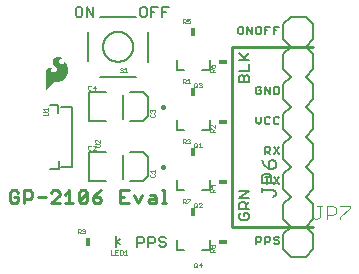
<source format=gbr>
G04 EAGLE Gerber RS-274X export*
G75*
%MOMM*%
%FSLAX34Y34*%
%LPD*%
%INSilkscreen Top*%
%IPPOS*%
%AMOC8*
5,1,8,0,0,1.08239X$1,22.5*%
G01*
%ADD10C,0.254000*%
%ADD11C,0.152400*%
%ADD12C,0.228600*%
%ADD13C,0.177800*%
%ADD14C,0.127000*%
%ADD15C,0.025400*%
%ADD16C,0.406400*%
%ADD17C,0.203200*%
%ADD18R,0.406400X0.711200*%
%ADD19R,0.711200X0.406400*%
%ADD20C,0.101600*%

G36*
X40650Y153571D02*
X40650Y153571D01*
X40654Y153569D01*
X40724Y153605D01*
X40734Y153610D01*
X40735Y153611D01*
X45607Y159093D01*
X46461Y159875D01*
X47451Y160464D01*
X47802Y160591D01*
X48170Y160656D01*
X50445Y160656D01*
X50450Y160658D01*
X50456Y160656D01*
X51820Y160780D01*
X51830Y160786D01*
X51842Y160784D01*
X53161Y161152D01*
X53169Y161160D01*
X53182Y161161D01*
X54412Y161761D01*
X54419Y161768D01*
X54430Y161771D01*
X55587Y162588D01*
X55592Y162596D01*
X55601Y162599D01*
X56632Y163571D01*
X56635Y163579D01*
X56641Y163581D01*
X56642Y163583D01*
X56644Y163584D01*
X57529Y164691D01*
X57531Y164701D01*
X57540Y164708D01*
X58487Y166389D01*
X58488Y166400D01*
X58496Y166410D01*
X59124Y168234D01*
X59123Y168245D01*
X59130Y168256D01*
X59418Y170163D01*
X59415Y170174D01*
X59420Y170186D01*
X59418Y170238D01*
X59410Y170490D01*
X59406Y170616D01*
X59406Y170617D01*
X59398Y170869D01*
X59390Y171122D01*
X59386Y171248D01*
X59378Y171500D01*
X59367Y171879D01*
X59359Y172114D01*
X59355Y172123D01*
X59357Y172135D01*
X59150Y173174D01*
X59145Y173182D01*
X59145Y173193D01*
X58787Y174190D01*
X58781Y174197D01*
X58780Y174208D01*
X58278Y175142D01*
X58269Y175149D01*
X58266Y175161D01*
X57359Y176298D01*
X57348Y176304D01*
X57341Y176317D01*
X56215Y177238D01*
X56172Y177250D01*
X56131Y177266D01*
X56126Y177264D01*
X56120Y177265D01*
X56082Y177244D01*
X56042Y177225D01*
X56039Y177219D01*
X56035Y177217D01*
X56027Y177188D01*
X56009Y177140D01*
X56009Y176260D01*
X55993Y176140D01*
X55949Y176037D01*
X55675Y175697D01*
X55314Y175449D01*
X55140Y175384D01*
X54602Y175326D01*
X54072Y175424D01*
X53584Y175673D01*
X52682Y176324D01*
X52270Y176678D01*
X51919Y177088D01*
X51636Y177546D01*
X51430Y178040D01*
X51371Y178340D01*
X51383Y178643D01*
X51540Y179162D01*
X51826Y179622D01*
X52221Y179992D01*
X52702Y180247D01*
X53192Y180386D01*
X53703Y180443D01*
X54306Y180443D01*
X54307Y180443D01*
X54329Y180452D01*
X54397Y180481D01*
X54432Y180573D01*
X54428Y180582D01*
X54394Y180658D01*
X54392Y180661D01*
X54391Y180662D01*
X54390Y180663D01*
X54369Y180683D01*
X54362Y180686D01*
X54358Y180694D01*
X53923Y181032D01*
X53908Y181036D01*
X53896Y181048D01*
X53392Y181269D01*
X53391Y181269D01*
X53035Y181421D01*
X52807Y181522D01*
X52797Y181523D01*
X52787Y181529D01*
X51909Y181749D01*
X51900Y181748D01*
X51890Y181752D01*
X50990Y181838D01*
X50980Y181834D01*
X50968Y181838D01*
X50100Y181772D01*
X50089Y181766D01*
X50076Y181767D01*
X49236Y181536D01*
X49226Y181528D01*
X49213Y181527D01*
X48433Y181139D01*
X48426Y181131D01*
X48415Y181128D01*
X47638Y180568D01*
X47634Y180561D01*
X47625Y180557D01*
X46929Y179899D01*
X46924Y179888D01*
X46913Y179880D01*
X46482Y179277D01*
X46479Y179262D01*
X46467Y179249D01*
X46200Y178557D01*
X46200Y178541D01*
X46192Y178526D01*
X46105Y177789D01*
X46110Y177774D01*
X46106Y177757D01*
X46205Y177022D01*
X46213Y177009D01*
X46213Y176992D01*
X46493Y176304D01*
X46502Y176295D01*
X46505Y176281D01*
X47692Y174523D01*
X47700Y174518D01*
X47704Y174507D01*
X49157Y172966D01*
X49527Y172531D01*
X49767Y172028D01*
X49869Y171480D01*
X49826Y170924D01*
X49640Y170399D01*
X49325Y169939D01*
X48900Y169574D01*
X48357Y169281D01*
X47771Y169083D01*
X47161Y168986D01*
X46450Y169021D01*
X45772Y169228D01*
X45166Y169593D01*
X44853Y169921D01*
X44647Y170325D01*
X44554Y170741D01*
X44554Y171169D01*
X44647Y171584D01*
X44719Y171722D01*
X44837Y171836D01*
X45661Y172435D01*
X45794Y172506D01*
X45932Y172534D01*
X46090Y172518D01*
X46133Y172532D01*
X46178Y172543D01*
X46180Y172547D01*
X46184Y172548D01*
X46204Y172589D01*
X46227Y172628D01*
X46226Y172632D01*
X46228Y172636D01*
X46213Y172679D01*
X46200Y172723D01*
X46197Y172725D01*
X46196Y172729D01*
X46158Y172748D01*
X46122Y172769D01*
X45639Y172845D01*
X45634Y172844D01*
X45629Y172846D01*
X44689Y172919D01*
X44680Y172916D01*
X44669Y172919D01*
X43729Y172846D01*
X43719Y172841D01*
X43707Y172842D01*
X43008Y172658D01*
X42998Y172650D01*
X42984Y172649D01*
X42336Y172328D01*
X42328Y172319D01*
X42314Y172315D01*
X41744Y171870D01*
X41738Y171859D01*
X41726Y171853D01*
X41256Y171303D01*
X41252Y171291D01*
X41241Y171282D01*
X40840Y170550D01*
X40839Y170537D01*
X40830Y170526D01*
X40590Y169727D01*
X40591Y169714D01*
X40585Y169701D01*
X40515Y168870D01*
X40517Y168864D01*
X40515Y168859D01*
X40515Y153695D01*
X40517Y153690D01*
X40515Y153686D01*
X40536Y153646D01*
X40553Y153604D01*
X40558Y153603D01*
X40560Y153598D01*
X40603Y153585D01*
X40645Y153569D01*
X40650Y153571D01*
G37*
D10*
X266700Y190500D02*
X198120Y190500D01*
X198120Y38100D01*
X266700Y38100D01*
D11*
X218340Y126917D02*
X218340Y131324D01*
X218340Y126917D02*
X220543Y124714D01*
X222746Y126917D01*
X222746Y131324D01*
X229129Y131324D02*
X230230Y130222D01*
X229129Y131324D02*
X226925Y131324D01*
X225824Y130222D01*
X225824Y125816D01*
X226925Y124714D01*
X229129Y124714D01*
X230230Y125816D01*
X236613Y131324D02*
X237714Y130222D01*
X236613Y131324D02*
X234409Y131324D01*
X233308Y130222D01*
X233308Y125816D01*
X234409Y124714D01*
X236613Y124714D01*
X237714Y125816D01*
X222746Y155622D02*
X221644Y156724D01*
X219441Y156724D01*
X218340Y155622D01*
X218340Y151216D01*
X219441Y150114D01*
X221644Y150114D01*
X222746Y151216D01*
X222746Y153419D01*
X220543Y153419D01*
X225824Y150114D02*
X225824Y156724D01*
X230230Y150114D01*
X230230Y156724D01*
X233308Y156724D02*
X233308Y150114D01*
X236613Y150114D01*
X237714Y151216D01*
X237714Y155622D01*
X236613Y156724D01*
X233308Y156724D01*
X218340Y29724D02*
X218340Y23114D01*
X218340Y29724D02*
X221644Y29724D01*
X222746Y28622D01*
X222746Y26419D01*
X221644Y25317D01*
X218340Y25317D01*
X225824Y23114D02*
X225824Y29724D01*
X229129Y29724D01*
X230230Y28622D01*
X230230Y26419D01*
X229129Y25317D01*
X225824Y25317D01*
X236613Y29724D02*
X237714Y28622D01*
X236613Y29724D02*
X234409Y29724D01*
X233308Y28622D01*
X233308Y27520D01*
X234409Y26419D01*
X236613Y26419D01*
X237714Y25317D01*
X237714Y24216D01*
X236613Y23114D01*
X234409Y23114D01*
X233308Y24216D01*
X206676Y207524D02*
X204473Y207524D01*
X203371Y206422D01*
X203371Y202016D01*
X204473Y200914D01*
X206676Y200914D01*
X207778Y202016D01*
X207778Y206422D01*
X206676Y207524D01*
X210855Y207524D02*
X210855Y200914D01*
X215262Y200914D02*
X210855Y207524D01*
X215262Y207524D02*
X215262Y200914D01*
X219441Y207524D02*
X221644Y207524D01*
X219441Y207524D02*
X218340Y206422D01*
X218340Y202016D01*
X219441Y200914D01*
X221644Y200914D01*
X222746Y202016D01*
X222746Y206422D01*
X221644Y207524D01*
X225824Y207524D02*
X225824Y200914D01*
X225824Y207524D02*
X230230Y207524D01*
X228027Y204219D02*
X225824Y204219D01*
X233308Y200914D02*
X233308Y207524D01*
X237714Y207524D01*
X235511Y204219D02*
X233308Y204219D01*
X225824Y105924D02*
X225824Y99314D01*
X225824Y105924D02*
X229129Y105924D01*
X230230Y104822D01*
X230230Y102619D01*
X229129Y101517D01*
X225824Y101517D01*
X228027Y101517D02*
X230230Y99314D01*
X233308Y105924D02*
X237714Y99314D01*
X233308Y99314D02*
X237714Y105924D01*
X228027Y80524D02*
X228027Y73914D01*
X225824Y80524D02*
X230230Y80524D01*
X233308Y80524D02*
X237714Y73914D01*
X233308Y73914D02*
X237714Y80524D01*
D12*
X16982Y66979D02*
X15244Y68716D01*
X11770Y68716D01*
X10033Y66979D01*
X10033Y60030D01*
X11770Y58293D01*
X15244Y58293D01*
X16982Y60030D01*
X16982Y63504D01*
X13507Y63504D01*
X21727Y58293D02*
X21727Y68716D01*
X26938Y68716D01*
X28676Y66979D01*
X28676Y63504D01*
X26938Y61767D01*
X21727Y61767D01*
X33421Y63504D02*
X40370Y63504D01*
X45115Y58293D02*
X52064Y58293D01*
X45115Y58293D02*
X52064Y65242D01*
X52064Y66979D01*
X50326Y68716D01*
X46852Y68716D01*
X45115Y66979D01*
X56809Y65242D02*
X60283Y68716D01*
X60283Y58293D01*
X56809Y58293D02*
X63757Y58293D01*
X68503Y60030D02*
X68503Y66979D01*
X70240Y68716D01*
X73714Y68716D01*
X75451Y66979D01*
X75451Y60030D01*
X73714Y58293D01*
X70240Y58293D01*
X68503Y60030D01*
X75451Y66979D01*
X83671Y66979D02*
X87145Y68716D01*
X83671Y66979D02*
X80197Y63504D01*
X80197Y60030D01*
X81934Y58293D01*
X85408Y58293D01*
X87145Y60030D01*
X87145Y61767D01*
X85408Y63504D01*
X80197Y63504D01*
X103585Y68716D02*
X110533Y68716D01*
X103585Y68716D02*
X103585Y58293D01*
X110533Y58293D01*
X107059Y63504D02*
X103585Y63504D01*
X115279Y65242D02*
X118753Y58293D01*
X122227Y65242D01*
X128710Y65242D02*
X132184Y65242D01*
X133921Y63504D01*
X133921Y58293D01*
X128710Y58293D01*
X126973Y60030D01*
X128710Y61767D01*
X133921Y61767D01*
X138667Y68716D02*
X140404Y68716D01*
X140404Y58293D01*
X138667Y58293D02*
X142141Y58293D01*
D13*
X117729Y29598D02*
X117729Y21209D01*
X117729Y29598D02*
X121924Y29598D01*
X123322Y28200D01*
X123322Y25404D01*
X121924Y24005D01*
X117729Y24005D01*
X127084Y21209D02*
X127084Y29598D01*
X131279Y29598D01*
X132677Y28200D01*
X132677Y25404D01*
X131279Y24005D01*
X127084Y24005D01*
X140634Y29598D02*
X142032Y28200D01*
X140634Y29598D02*
X137838Y29598D01*
X136439Y28200D01*
X136439Y26802D01*
X137838Y25404D01*
X140634Y25404D01*
X142032Y24005D01*
X142032Y22607D01*
X140634Y21209D01*
X137838Y21209D01*
X136439Y22607D01*
X69854Y223908D02*
X67057Y223908D01*
X65659Y222510D01*
X65659Y216917D01*
X67057Y215519D01*
X69854Y215519D01*
X71252Y216917D01*
X71252Y222510D01*
X69854Y223908D01*
X75014Y223908D02*
X75014Y215519D01*
X80607Y215519D02*
X75014Y223908D01*
X80607Y223908D02*
X80607Y215519D01*
X204082Y160909D02*
X212471Y160909D01*
X204082Y160909D02*
X204082Y165104D01*
X205480Y166502D01*
X206878Y166502D01*
X208276Y165104D01*
X209675Y166502D01*
X211073Y166502D01*
X212471Y165104D01*
X212471Y160909D01*
X208276Y160909D02*
X208276Y165104D01*
X204082Y170264D02*
X212471Y170264D01*
X212471Y175857D01*
X212471Y179619D02*
X204082Y179619D01*
X209675Y179619D02*
X204082Y185212D01*
X208276Y181018D02*
X212471Y185212D01*
X205480Y49662D02*
X204082Y48264D01*
X204082Y45467D01*
X205480Y44069D01*
X211073Y44069D01*
X212471Y45467D01*
X212471Y48264D01*
X211073Y49662D01*
X208276Y49662D01*
X208276Y46865D01*
X212471Y53424D02*
X204082Y53424D01*
X204082Y57619D01*
X205480Y59017D01*
X208276Y59017D01*
X209675Y57619D01*
X209675Y53424D01*
X209675Y56221D02*
X212471Y59017D01*
X212471Y62779D02*
X204082Y62779D01*
X212471Y68372D01*
X204082Y68372D01*
X124464Y223908D02*
X121667Y223908D01*
X120269Y222510D01*
X120269Y216917D01*
X121667Y215519D01*
X124464Y215519D01*
X125862Y216917D01*
X125862Y222510D01*
X124464Y223908D01*
X129624Y223908D02*
X129624Y215519D01*
X129624Y223908D02*
X135217Y223908D01*
X132421Y219714D02*
X129624Y219714D01*
X138979Y215519D02*
X138979Y223908D01*
X144572Y223908D01*
X141776Y219714D02*
X138979Y219714D01*
D14*
X51100Y141500D02*
X51100Y134300D01*
X51100Y141500D02*
X44100Y141500D01*
X44000Y87000D02*
X51200Y87000D01*
X51200Y94000D01*
X53340Y139700D02*
X62738Y139700D01*
X62738Y88900D01*
X53340Y88900D01*
D15*
X41401Y132343D02*
X38224Y132343D01*
X41401Y132343D02*
X42037Y132978D01*
X42037Y134249D01*
X41401Y134885D01*
X38224Y134885D01*
X39495Y136085D02*
X38224Y137356D01*
X42037Y137356D01*
X42037Y136085D02*
X42037Y138627D01*
D16*
X139395Y88900D02*
X140005Y88900D01*
D15*
X129410Y82679D02*
X128775Y82044D01*
X128775Y80773D01*
X129410Y80137D01*
X131952Y80137D01*
X132588Y80773D01*
X132588Y82044D01*
X131952Y82679D01*
X130046Y83879D02*
X128775Y85150D01*
X132588Y85150D01*
X132588Y83879D02*
X132588Y86421D01*
D17*
X91600Y76900D02*
X76600Y76900D01*
X76600Y100900D01*
X91600Y100900D01*
X111600Y76900D02*
X122600Y76900D01*
X126600Y80900D01*
X126600Y96900D01*
X122600Y100900D01*
X111600Y100900D01*
D14*
X105410Y99060D02*
X105410Y78740D01*
D15*
X78869Y106015D02*
X78234Y106650D01*
X76963Y106650D01*
X76327Y106015D01*
X76327Y103473D01*
X76963Y102837D01*
X78234Y102837D01*
X78869Y103473D01*
X80069Y102837D02*
X82611Y102837D01*
X80069Y102837D02*
X82611Y105379D01*
X82611Y106015D01*
X81976Y106650D01*
X80705Y106650D01*
X80069Y106015D01*
X82420Y105537D02*
X85597Y105537D01*
X86233Y106173D01*
X86233Y107444D01*
X85597Y108079D01*
X82420Y108079D01*
X86233Y109279D02*
X86233Y111821D01*
X86233Y109279D02*
X83691Y111821D01*
X83055Y111821D01*
X82420Y111186D01*
X82420Y109915D01*
X83055Y109279D01*
D16*
X139395Y139700D02*
X140005Y139700D01*
D15*
X129410Y133479D02*
X128775Y132844D01*
X128775Y131573D01*
X129410Y130937D01*
X131952Y130937D01*
X132588Y131573D01*
X132588Y132844D01*
X131952Y133479D01*
X129410Y134679D02*
X128775Y135315D01*
X128775Y136586D01*
X129410Y137221D01*
X130046Y137221D01*
X130681Y136586D01*
X130681Y135950D01*
X130681Y136586D02*
X131317Y137221D01*
X131952Y137221D01*
X132588Y136586D01*
X132588Y135315D01*
X131952Y134679D01*
D17*
X91600Y127700D02*
X76600Y127700D01*
X76600Y151700D01*
X91600Y151700D01*
X111600Y127700D02*
X122600Y127700D01*
X126600Y131700D01*
X126600Y147700D01*
X122600Y151700D01*
X111600Y151700D01*
D14*
X105410Y149860D02*
X105410Y129540D01*
D15*
X78869Y156815D02*
X78234Y157450D01*
X76963Y157450D01*
X76327Y156815D01*
X76327Y154273D01*
X76963Y153637D01*
X78234Y153637D01*
X78869Y154273D01*
X81976Y153637D02*
X81976Y157450D01*
X80069Y155544D01*
X82611Y155544D01*
D17*
X173100Y120000D02*
X179100Y120000D01*
X179100Y128000D01*
X157100Y120000D02*
X151100Y120000D01*
X151100Y128000D01*
D15*
X165998Y108461D02*
X165998Y105919D01*
X165998Y108461D02*
X166633Y109096D01*
X167904Y109096D01*
X168540Y108461D01*
X168540Y105919D01*
X167904Y105283D01*
X166633Y105283D01*
X165998Y105919D01*
X167269Y106554D02*
X168540Y105283D01*
X169740Y107825D02*
X171011Y109096D01*
X171011Y105283D01*
X169740Y105283D02*
X172282Y105283D01*
D18*
X165100Y152400D03*
D15*
X156337Y159512D02*
X156337Y163325D01*
X158244Y163325D01*
X158879Y162690D01*
X158879Y161419D01*
X158244Y160783D01*
X156337Y160783D01*
X157608Y160783D02*
X158879Y159512D01*
X160079Y162054D02*
X161350Y163325D01*
X161350Y159512D01*
X160079Y159512D02*
X162621Y159512D01*
D19*
X190500Y127000D03*
D15*
X183388Y118237D02*
X179575Y118237D01*
X179575Y120144D01*
X180210Y120779D01*
X181481Y120779D01*
X182117Y120144D01*
X182117Y118237D01*
X182117Y119508D02*
X183388Y120779D01*
X183388Y121979D02*
X183388Y124521D01*
X183388Y121979D02*
X180846Y124521D01*
X180210Y124521D01*
X179575Y123886D01*
X179575Y122615D01*
X180210Y121979D01*
D17*
X179100Y69200D02*
X173100Y69200D01*
X179100Y69200D02*
X179100Y77200D01*
X157100Y69200D02*
X151100Y69200D01*
X151100Y77200D01*
D15*
X165998Y57661D02*
X165998Y55119D01*
X165998Y57661D02*
X166633Y58296D01*
X167904Y58296D01*
X168540Y57661D01*
X168540Y55119D01*
X167904Y54483D01*
X166633Y54483D01*
X165998Y55119D01*
X167269Y55754D02*
X168540Y54483D01*
X169740Y54483D02*
X172282Y54483D01*
X169740Y54483D02*
X172282Y57025D01*
X172282Y57661D01*
X171647Y58296D01*
X170375Y58296D01*
X169740Y57661D01*
D18*
X165100Y101600D03*
D15*
X156337Y108712D02*
X156337Y112525D01*
X158244Y112525D01*
X158879Y111890D01*
X158879Y110619D01*
X158244Y109983D01*
X156337Y109983D01*
X157608Y109983D02*
X158879Y108712D01*
X160079Y111890D02*
X160715Y112525D01*
X161986Y112525D01*
X162621Y111890D01*
X162621Y111254D01*
X161986Y110619D01*
X161350Y110619D01*
X161986Y110619D02*
X162621Y109983D01*
X162621Y109348D01*
X161986Y108712D01*
X160715Y108712D01*
X160079Y109348D01*
D19*
X190500Y76200D03*
D15*
X183388Y67437D02*
X179575Y67437D01*
X179575Y69344D01*
X180210Y69979D01*
X181481Y69979D01*
X182117Y69344D01*
X182117Y67437D01*
X182117Y68708D02*
X183388Y69979D01*
X183388Y73086D02*
X179575Y73086D01*
X181481Y71179D01*
X181481Y73721D01*
D17*
X179100Y170800D02*
X173100Y170800D01*
X179100Y170800D02*
X179100Y178800D01*
X157100Y170800D02*
X151100Y170800D01*
X151100Y178800D01*
D15*
X165998Y159261D02*
X165998Y156719D01*
X165998Y159261D02*
X166633Y159896D01*
X167904Y159896D01*
X168540Y159261D01*
X168540Y156719D01*
X167904Y156083D01*
X166633Y156083D01*
X165998Y156719D01*
X167269Y157354D02*
X168540Y156083D01*
X169740Y159261D02*
X170375Y159896D01*
X171647Y159896D01*
X172282Y159261D01*
X172282Y158625D01*
X171647Y157990D01*
X171011Y157990D01*
X171647Y157990D02*
X172282Y157354D01*
X172282Y156719D01*
X171647Y156083D01*
X170375Y156083D01*
X169740Y156719D01*
D18*
X165100Y203200D03*
D15*
X156337Y210312D02*
X156337Y214125D01*
X158244Y214125D01*
X158879Y213490D01*
X158879Y212219D01*
X158244Y211583D01*
X156337Y211583D01*
X157608Y211583D02*
X158879Y210312D01*
X160079Y214125D02*
X162621Y214125D01*
X160079Y214125D02*
X160079Y212219D01*
X161350Y212854D01*
X161986Y212854D01*
X162621Y212219D01*
X162621Y210948D01*
X161986Y210312D01*
X160715Y210312D01*
X160079Y210948D01*
D19*
X190500Y177800D03*
D15*
X183388Y169037D02*
X179575Y169037D01*
X179575Y170944D01*
X180210Y171579D01*
X181481Y171579D01*
X182117Y170944D01*
X182117Y169037D01*
X182117Y170308D02*
X183388Y171579D01*
X180210Y174050D02*
X179575Y175321D01*
X180210Y174050D02*
X181481Y172779D01*
X182752Y172779D01*
X183388Y173415D01*
X183388Y174686D01*
X182752Y175321D01*
X182117Y175321D01*
X181481Y174686D01*
X181481Y172779D01*
D17*
X179100Y18400D02*
X173100Y18400D01*
X179100Y18400D02*
X179100Y26400D01*
X157100Y18400D02*
X151100Y18400D01*
X151100Y26400D01*
D15*
X165998Y6861D02*
X165998Y4319D01*
X165998Y6861D02*
X166633Y7496D01*
X167904Y7496D01*
X168540Y6861D01*
X168540Y4319D01*
X167904Y3683D01*
X166633Y3683D01*
X165998Y4319D01*
X167269Y4954D02*
X168540Y3683D01*
X171647Y3683D02*
X171647Y7496D01*
X169740Y5590D01*
X172282Y5590D01*
D18*
X165100Y50800D03*
D15*
X156337Y57912D02*
X156337Y61725D01*
X158244Y61725D01*
X158879Y61090D01*
X158879Y59819D01*
X158244Y59183D01*
X156337Y59183D01*
X157608Y59183D02*
X158879Y57912D01*
X160079Y61725D02*
X162621Y61725D01*
X162621Y61090D01*
X160079Y58548D01*
X160079Y57912D01*
D19*
X190500Y25400D03*
D15*
X183388Y16637D02*
X179575Y16637D01*
X179575Y18544D01*
X180210Y19179D01*
X181481Y19179D01*
X182117Y18544D01*
X182117Y16637D01*
X182117Y17908D02*
X183388Y19179D01*
X180210Y20379D02*
X179575Y21015D01*
X179575Y22286D01*
X180210Y22921D01*
X180846Y22921D01*
X181481Y22286D01*
X182117Y22921D01*
X182752Y22921D01*
X183388Y22286D01*
X183388Y21015D01*
X182752Y20379D01*
X182117Y20379D01*
X181481Y21015D01*
X180846Y20379D01*
X180210Y20379D01*
X181481Y21015D02*
X181481Y22286D01*
D17*
X127000Y177800D02*
X127000Y202900D01*
X117000Y165100D02*
X86200Y165100D01*
X76200Y178100D02*
X76200Y202900D01*
X86200Y215900D02*
X117000Y215900D01*
X88900Y190500D02*
X88904Y190812D01*
X88915Y191123D01*
X88934Y191434D01*
X88961Y191745D01*
X88996Y192055D01*
X89037Y192363D01*
X89087Y192671D01*
X89144Y192978D01*
X89209Y193283D01*
X89281Y193586D01*
X89360Y193887D01*
X89447Y194187D01*
X89541Y194484D01*
X89642Y194779D01*
X89751Y195071D01*
X89867Y195360D01*
X89990Y195647D01*
X90119Y195930D01*
X90256Y196210D01*
X90400Y196487D01*
X90550Y196760D01*
X90707Y197029D01*
X90870Y197294D01*
X91040Y197556D01*
X91217Y197813D01*
X91399Y198065D01*
X91588Y198313D01*
X91783Y198557D01*
X91983Y198795D01*
X92190Y199029D01*
X92402Y199257D01*
X92620Y199480D01*
X92843Y199698D01*
X93071Y199910D01*
X93305Y200117D01*
X93543Y200317D01*
X93787Y200512D01*
X94035Y200701D01*
X94287Y200883D01*
X94544Y201060D01*
X94806Y201230D01*
X95071Y201393D01*
X95340Y201550D01*
X95613Y201700D01*
X95890Y201844D01*
X96170Y201981D01*
X96453Y202110D01*
X96740Y202233D01*
X97029Y202349D01*
X97321Y202458D01*
X97616Y202559D01*
X97913Y202653D01*
X98213Y202740D01*
X98514Y202819D01*
X98817Y202891D01*
X99122Y202956D01*
X99429Y203013D01*
X99737Y203063D01*
X100045Y203104D01*
X100355Y203139D01*
X100666Y203166D01*
X100977Y203185D01*
X101288Y203196D01*
X101600Y203200D01*
X101912Y203196D01*
X102223Y203185D01*
X102534Y203166D01*
X102845Y203139D01*
X103155Y203104D01*
X103463Y203063D01*
X103771Y203013D01*
X104078Y202956D01*
X104383Y202891D01*
X104686Y202819D01*
X104987Y202740D01*
X105287Y202653D01*
X105584Y202559D01*
X105879Y202458D01*
X106171Y202349D01*
X106460Y202233D01*
X106747Y202110D01*
X107030Y201981D01*
X107310Y201844D01*
X107587Y201700D01*
X107860Y201550D01*
X108129Y201393D01*
X108394Y201230D01*
X108656Y201060D01*
X108913Y200883D01*
X109165Y200701D01*
X109413Y200512D01*
X109657Y200317D01*
X109895Y200117D01*
X110129Y199910D01*
X110357Y199698D01*
X110580Y199480D01*
X110798Y199257D01*
X111010Y199029D01*
X111217Y198795D01*
X111417Y198557D01*
X111612Y198313D01*
X111801Y198065D01*
X111983Y197813D01*
X112160Y197556D01*
X112330Y197294D01*
X112493Y197029D01*
X112650Y196760D01*
X112800Y196487D01*
X112944Y196210D01*
X113081Y195930D01*
X113210Y195647D01*
X113333Y195360D01*
X113449Y195071D01*
X113558Y194779D01*
X113659Y194484D01*
X113753Y194187D01*
X113840Y193887D01*
X113919Y193586D01*
X113991Y193283D01*
X114056Y192978D01*
X114113Y192671D01*
X114163Y192363D01*
X114204Y192055D01*
X114239Y191745D01*
X114266Y191434D01*
X114285Y191123D01*
X114296Y190812D01*
X114300Y190500D01*
X114296Y190188D01*
X114285Y189877D01*
X114266Y189566D01*
X114239Y189255D01*
X114204Y188945D01*
X114163Y188637D01*
X114113Y188329D01*
X114056Y188022D01*
X113991Y187717D01*
X113919Y187414D01*
X113840Y187113D01*
X113753Y186813D01*
X113659Y186516D01*
X113558Y186221D01*
X113449Y185929D01*
X113333Y185640D01*
X113210Y185353D01*
X113081Y185070D01*
X112944Y184790D01*
X112800Y184513D01*
X112650Y184240D01*
X112493Y183971D01*
X112330Y183706D01*
X112160Y183444D01*
X111983Y183187D01*
X111801Y182935D01*
X111612Y182687D01*
X111417Y182443D01*
X111217Y182205D01*
X111010Y181971D01*
X110798Y181743D01*
X110580Y181520D01*
X110357Y181302D01*
X110129Y181090D01*
X109895Y180883D01*
X109657Y180683D01*
X109413Y180488D01*
X109165Y180299D01*
X108913Y180117D01*
X108656Y179940D01*
X108394Y179770D01*
X108129Y179607D01*
X107860Y179450D01*
X107587Y179300D01*
X107310Y179156D01*
X107030Y179019D01*
X106747Y178890D01*
X106460Y178767D01*
X106171Y178651D01*
X105879Y178542D01*
X105584Y178441D01*
X105287Y178347D01*
X104987Y178260D01*
X104686Y178181D01*
X104383Y178109D01*
X104078Y178044D01*
X103771Y177987D01*
X103463Y177937D01*
X103155Y177896D01*
X102845Y177861D01*
X102534Y177834D01*
X102223Y177815D01*
X101912Y177804D01*
X101600Y177800D01*
X101288Y177804D01*
X100977Y177815D01*
X100666Y177834D01*
X100355Y177861D01*
X100045Y177896D01*
X99737Y177937D01*
X99429Y177987D01*
X99122Y178044D01*
X98817Y178109D01*
X98514Y178181D01*
X98213Y178260D01*
X97913Y178347D01*
X97616Y178441D01*
X97321Y178542D01*
X97029Y178651D01*
X96740Y178767D01*
X96453Y178890D01*
X96170Y179019D01*
X95890Y179156D01*
X95613Y179300D01*
X95340Y179450D01*
X95071Y179607D01*
X94806Y179770D01*
X94544Y179940D01*
X94287Y180117D01*
X94035Y180299D01*
X93787Y180488D01*
X93543Y180683D01*
X93305Y180883D01*
X93071Y181090D01*
X92843Y181302D01*
X92620Y181520D01*
X92402Y181743D01*
X92190Y181971D01*
X91983Y182205D01*
X91783Y182443D01*
X91588Y182687D01*
X91399Y182935D01*
X91217Y183187D01*
X91040Y183444D01*
X90870Y183706D01*
X90707Y183971D01*
X90550Y184240D01*
X90400Y184513D01*
X90256Y184790D01*
X90119Y185070D01*
X89990Y185353D01*
X89867Y185640D01*
X89751Y185929D01*
X89642Y186221D01*
X89541Y186516D01*
X89447Y186813D01*
X89360Y187113D01*
X89281Y187414D01*
X89209Y187717D01*
X89144Y188022D01*
X89087Y188329D01*
X89037Y188637D01*
X88996Y188945D01*
X88961Y189255D01*
X88934Y189566D01*
X88915Y189877D01*
X88904Y190188D01*
X88900Y190500D01*
D15*
X105039Y172596D02*
X105675Y171961D01*
X105039Y172596D02*
X103768Y172596D01*
X103133Y171961D01*
X103133Y171325D01*
X103768Y170690D01*
X105039Y170690D01*
X105675Y170054D01*
X105675Y169419D01*
X105039Y168783D01*
X103768Y168783D01*
X103133Y169419D01*
X106875Y171325D02*
X108146Y172596D01*
X108146Y168783D01*
X106875Y168783D02*
X109417Y168783D01*
D17*
X99900Y30000D02*
X99900Y25400D01*
X99900Y20800D01*
X99900Y25400D02*
X103000Y27738D01*
X100054Y25146D02*
X103000Y23216D01*
D15*
X95649Y18291D02*
X95649Y14478D01*
X98191Y14478D01*
X99391Y18291D02*
X101933Y18291D01*
X99391Y18291D02*
X99391Y14478D01*
X101933Y14478D01*
X100662Y16385D02*
X99391Y16385D01*
X103133Y18291D02*
X103133Y14478D01*
X105039Y14478D01*
X105675Y15114D01*
X105675Y17656D01*
X105039Y18291D01*
X103133Y18291D01*
X106875Y17020D02*
X108146Y18291D01*
X108146Y14478D01*
X106875Y14478D02*
X109417Y14478D01*
D18*
X76200Y25400D03*
D15*
X67437Y32512D02*
X67437Y36325D01*
X69344Y36325D01*
X69979Y35690D01*
X69979Y34419D01*
X69344Y33783D01*
X67437Y33783D01*
X68708Y33783D02*
X69979Y32512D01*
X71179Y33148D02*
X71815Y32512D01*
X73086Y32512D01*
X73721Y33148D01*
X73721Y35690D01*
X73086Y36325D01*
X71815Y36325D01*
X71179Y35690D01*
X71179Y35054D01*
X71815Y34419D01*
X73721Y34419D01*
D17*
X241300Y171450D02*
X247650Y165100D01*
X241300Y171450D02*
X241300Y184150D01*
X247650Y190500D01*
X260350Y190500D02*
X266700Y184150D01*
X266700Y171450D01*
X260350Y165100D01*
X241300Y133350D02*
X241300Y120650D01*
X241300Y133350D02*
X247650Y139700D01*
X260350Y139700D02*
X266700Y133350D01*
X247650Y139700D02*
X241300Y146050D01*
X241300Y158750D01*
X247650Y165100D01*
X260350Y165100D02*
X266700Y158750D01*
X266700Y146050D01*
X260350Y139700D01*
X241300Y95250D02*
X247650Y88900D01*
X241300Y95250D02*
X241300Y107950D01*
X247650Y114300D01*
X260350Y114300D02*
X266700Y107950D01*
X266700Y95250D01*
X260350Y88900D01*
X247650Y114300D02*
X241300Y120650D01*
X260350Y114300D02*
X266700Y120650D01*
X266700Y133350D01*
X241300Y57150D02*
X241300Y44450D01*
X241300Y57150D02*
X247650Y63500D01*
X260350Y63500D02*
X266700Y57150D01*
X247650Y63500D02*
X241300Y69850D01*
X241300Y82550D01*
X247650Y88900D01*
X260350Y88900D02*
X266700Y82550D01*
X266700Y69850D01*
X260350Y63500D01*
X260350Y38100D02*
X247650Y38100D01*
X241300Y44450D01*
X260350Y38100D02*
X266700Y44450D01*
X266700Y57150D01*
X260350Y190500D02*
X247650Y190500D01*
D14*
X235077Y65280D02*
X233170Y63373D01*
X235077Y65280D02*
X235077Y67186D01*
X233170Y69093D01*
X223637Y69093D01*
X223637Y67186D02*
X223637Y71000D01*
X223637Y75067D02*
X235077Y75067D01*
X223637Y75067D02*
X223637Y80787D01*
X225544Y82693D01*
X229357Y82693D01*
X231264Y80787D01*
X231264Y75067D01*
X225544Y90574D02*
X223637Y94387D01*
X225544Y90574D02*
X229357Y86761D01*
X233170Y86761D01*
X235077Y88668D01*
X235077Y92481D01*
X233170Y94387D01*
X231264Y94387D01*
X229357Y92481D01*
X229357Y86761D01*
D17*
X266700Y209550D02*
X260350Y215900D01*
X247650Y215900D01*
X241300Y209550D01*
X241300Y196850D01*
X247650Y190500D01*
X260350Y190500D01*
X266700Y196850D01*
X266700Y209550D01*
X260350Y38100D02*
X266700Y31750D01*
X260350Y38100D02*
X247650Y38100D01*
X241300Y31750D01*
X241300Y19050D01*
X247650Y12700D01*
X260350Y12700D01*
X266700Y19050D01*
X266700Y31750D01*
D20*
X268395Y44196D02*
X266446Y46145D01*
X268395Y44196D02*
X270344Y44196D01*
X272293Y46145D01*
X272293Y55890D01*
X270344Y55890D02*
X274242Y55890D01*
X278140Y55890D02*
X278140Y44196D01*
X278140Y55890D02*
X283987Y55890D01*
X285936Y53941D01*
X285936Y50043D01*
X283987Y48094D01*
X278140Y48094D01*
X289834Y55890D02*
X297630Y55890D01*
X297630Y53941D01*
X289834Y46145D01*
X289834Y44196D01*
M02*

</source>
